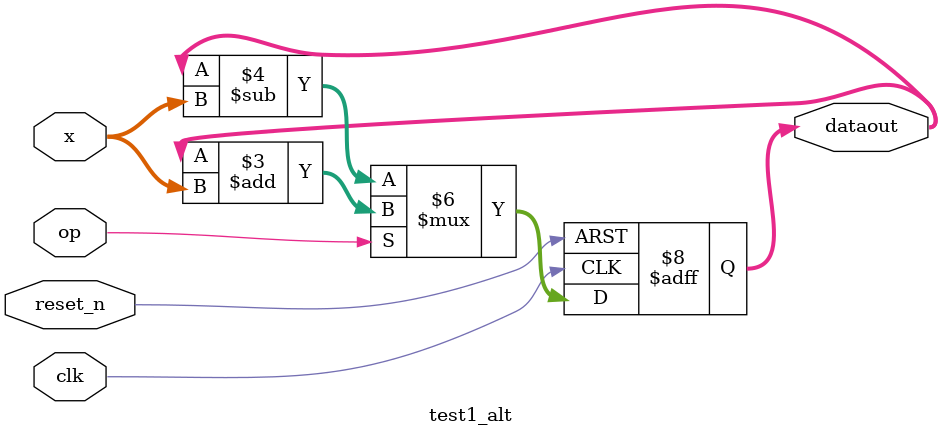
<source format=v>
module test1_alt (
    input reset_n,
    input clk,
    input op,
    input [3:0] x,
    output reg [3:0] dataout
);

always @ (posedge clk or negedge reset_n)
begin
if (!reset_n)
    dataout <= 4'b0000;
else
    if (op)
        dataout <= dataout + x;
    else
        dataout <= dataout - x;
end

endmodule

</source>
